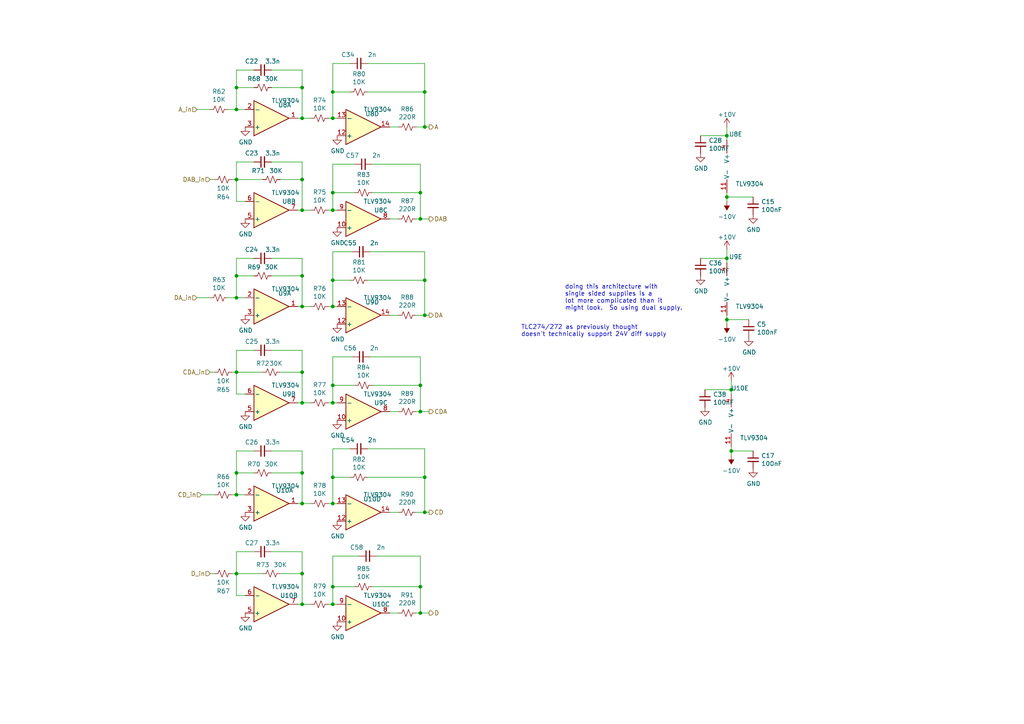
<source format=kicad_sch>
(kicad_sch (version 20211123) (generator eeschema)
  (paper "A4")
  (title_block (title "Bell's Theorem") (date "2022-01-16"))
  (lib_symbols
    (symbol "Amplifier_Operational:TLC274" (pin_names (offset 0.127))
      (property "Reference" "U" (at 0 5.08 0))
      (property "Value" "TLC274" (at 0 -5.08 0))
      (symbol "TLC274_1_1"
        (polyline (pts (xy -5.08 5.08) (xy 5.08 0) (xy -5.08 -5.08) (xy -5.08 5.08)) (stroke (width 0.254)) (fill (type background)))
        (pin output line (at 7.62 0 180) (length 2.54) (name "~") (number "1"))
        (pin input line (at -7.62 -2.54 0) (length 2.54) (name "-") (number "2"))
        (pin input line (at -7.62 2.54 0) (length 2.54) (name "+") (number "3"))
      )
      (symbol "TLC274_2_1"
        (polyline (pts (xy -5.08 5.08) (xy 5.08 0) (xy -5.08 -5.08) (xy -5.08 5.08)) (stroke (width 0.254)) (fill (type background)))
        (pin input line (at -7.62 2.54 0) (length 2.54) (name "+") (number "5"))
        (pin input line (at -7.62 -2.54 0) (length 2.54) (name "-") (number "6"))
        (pin output line (at 7.62 0 180) (length 2.54) (name "~") (number "7"))
      )
      (symbol "TLC274_3_1"
        (polyline (pts (xy -5.08 5.08) (xy 5.08 0) (xy -5.08 -5.08) (xy -5.08 5.08)) (stroke (width 0.254)) (fill (type background)))
        (pin input line (at -7.62 2.54 0) (length 2.54) (name "+") (number "10"))
        (pin output line (at 7.62 0 180) (length 2.54) (name "~") (number "8"))
        (pin input line (at -7.62 -2.54 0) (length 2.54) (name "-") (number "9"))
      )
      (symbol "TLC274_4_1"
        (polyline (pts (xy -5.08 5.08) (xy 5.08 0) (xy -5.08 -5.08) (xy -5.08 5.08)) (stroke (width 0.254)) (fill (type background)))
        (pin input line (at -7.62 2.54 0) (length 2.54) (name "+") (number "12"))
        (pin input line (at -7.62 -2.54 0) (length 2.54) (name "-") (number "13"))
        (pin output line (at 7.62 0 180) (length 2.54) (name "~") (number "14"))
      )
      (symbol "TLC274_5_1"
        (pin power_in line (at -2.54 -7.62 90) (length 3.81) (name "V-") (number "11"))
        (pin power_in line (at -2.54 7.62 270) (length 3.81) (name "V+") (number "4"))
      )
    )
    (symbol "Device:C_Small" (pin_numbers hide) (pin_names (offset 0.254) hide)
      (property "Reference" "C" (at 0.254 1.778 0))
      (property "Value" "C_Small" (at 0.254 -2.032 0))
      (symbol "C_Small_0_1"
        (polyline (pts (xy -1.524 -0.508) (xy 1.524 -0.508)) (stroke (width 0.3302)))
        (polyline (pts (xy -1.524 0.508) (xy 1.524 0.508)) (stroke (width 0.3048)))
      )
      (symbol "C_Small_1_1"
        (pin passive line (at 0 2.54 270) (length 2.032) (name "~") (number "1"))
        (pin passive line (at 0 -2.54 90) (length 2.032) (name "~") (number "2"))
      )
    )
    (symbol "Device:R_Small_US" (pin_numbers hide) (pin_names (offset 0.254) hide)
      (property "Reference" "R" (at 0.762 0.508 0))
      (property "Value" "R_Small_US" (at 0.762 -1.016 0))
      (symbol "R_Small_US_1_1"
        (polyline (pts (xy 0 0) (xy 1.016 -0.381) (xy 0 -0.762) (xy -1.016 -1.143) (xy 0 -1.524)))
        (polyline (pts (xy 0 1.524) (xy 1.016 1.143) (xy 0 0.762) (xy -1.016 0.381) (xy 0 0)))
        (pin passive line (at 0 2.54 270) (length 1.016) (name "~") (number "1"))
        (pin passive line (at 0 -2.54 90) (length 1.016) (name "~") (number "2"))
      )
    )
    (symbol "power:+10V" (power) (pin_names (offset 0))
      (property "Value" "+10V" (at 0 3.556 0))
      (symbol "+10V_0_1"
        (polyline (pts (xy -0.762 1.27) (xy 0 2.54)))
        (polyline (pts (xy 0 0) (xy 0 2.54)))
        (polyline (pts (xy 0 2.54) (xy 0.762 1.27)))
      )
      (symbol "+10V_1_1"
        (pin power_in line (at 0 0 90) (length 0) hide (name "+10V") (number "1"))
      )
    )
    (symbol "power:-10V" (power) (pin_names (offset 0))
      (property "Value" "-10V" (at 0 3.81 0))
      (symbol "-10V_0_0"
        (pin power_in line (at 0 0 90) (length 0) hide (name "-10V") (number "1"))
      )
      (symbol "-10V_0_1"
        (polyline (pts (xy 0 0) (xy 0 1.27) (xy 0.762 1.27) (xy 0 2.54) (xy -0.762 1.27) (xy 0 1.27)) (fill (type outline)))
      )
    )
    (symbol "power:GND" (power) (pin_names (offset 0))
      (property "Value" "GND" (at 0 -3.81 0))
      (symbol "GND_0_1"
        (polyline (pts (xy 0 0) (xy 0 -1.27) (xy 1.27 -1.27) (xy 0 -2.54) (xy -1.27 -1.27) (xy 0 -1.27)))
      )
      (symbol "GND_1_1"
        (pin power_in line (at 0 0 270) (length 0) hide (name "GND") (number "1"))
      )
    )
  )
  (junction (at 68.58 166.37))
  (junction (at 121.92 177.8))
  (junction (at 87.63 175.26))
  (junction (at 123.19 81.28))
  (junction (at 121.92 55.88))
  (junction (at 96.52 111.76))
  (junction (at 121.92 119.38))
  (junction (at 87.63 52.07))
  (junction (at 210.82 39.37))
  (junction (at 96.52 26.67))
  (junction (at 121.92 111.76))
  (junction (at 87.63 60.96))
  (junction (at 210.82 92.71))
  (junction (at 68.58 143.51))
  (junction (at 96.52 60.96))
  (junction (at 123.19 36.83))
  (junction (at 87.63 146.05))
  (junction (at 87.63 137.16))
  (junction (at 96.52 55.88))
  (junction (at 96.52 170.18))
  (junction (at 68.58 52.07))
  (junction (at 210.82 74.93))
  (junction (at 96.52 175.26))
  (junction (at 87.63 80.01))
  (junction (at 87.63 88.9))
  (junction (at 96.52 116.84))
  (junction (at 87.63 116.84))
  (junction (at 68.58 31.75))
  (junction (at 210.82 57.15))
  (junction (at 212.09 130.81))
  (junction (at 96.52 88.9))
  (junction (at 96.52 138.43))
  (junction (at 121.92 63.5))
  (junction (at 68.58 137.16))
  (junction (at 68.58 80.01))
  (junction (at 121.92 170.18))
  (junction (at 87.63 166.37))
  (junction (at 87.63 107.95))
  (junction (at 123.19 26.67))
  (junction (at 123.19 138.43))
  (junction (at 96.52 146.05))
  (junction (at 68.58 107.95))
  (junction (at 68.58 86.36))
  (junction (at 96.52 81.28))
  (junction (at 87.63 34.29))
  (junction (at 212.09 113.03))
  (junction (at 123.19 148.59))
  (junction (at 96.52 34.29))
  (junction (at 123.19 91.44))
  (junction (at 87.63 25.4))
  (junction (at 68.58 25.4))
  (wire (pts (xy 102.87 111.76) (xy 96.52 111.76)))
  (wire (pts (xy 96.52 103.505) (xy 96.52 111.76)))
  (wire (pts (xy 203.2 74.93) (xy 210.82 74.93)))
  (wire (pts (xy 107.95 55.88) (xy 121.92 55.88)))
  (wire (pts (xy 68.58 46.99) (xy 68.58 52.07)))
  (wire (pts (xy 73.66 46.99) (xy 68.58 46.99)))
  (wire (pts (xy 95.25 88.9) (xy 96.52 88.9)))
  (wire (pts (xy 124.46 91.44) (xy 123.19 91.44)))
  (wire (pts (xy 68.58 143.51) (xy 71.12 143.51)))
  (wire (pts (xy 68.58 58.42) (xy 71.12 58.42)))
  (wire (pts (xy 68.58 31.75) (xy 68.58 25.4)))
  (wire (pts (xy 96.52 138.43) (xy 96.52 146.05)))
  (wire (pts (xy 68.58 130.81) (xy 68.58 137.16)))
  (wire (pts (xy 123.19 18.415) (xy 123.19 26.67)))
  (wire (pts (xy 95.25 175.26) (xy 96.52 175.26)))
  (wire (pts (xy 67.31 143.51) (xy 68.58 143.51)))
  (wire (pts (xy 67.31 52.07) (xy 68.58 52.07)))
  (wire (pts (xy 86.36 88.9) (xy 87.63 88.9)))
  (wire (pts (xy 68.58 86.36) (xy 71.12 86.36)))
  (wire (pts (xy 87.63 46.99) (xy 87.63 52.07)))
  (wire (pts (xy 86.36 175.26) (xy 87.63 175.26)))
  (wire (pts (xy 123.19 73.025) (xy 123.19 81.28)))
  (wire (pts (xy 121.92 55.88) (xy 121.92 63.5)))
  (wire (pts (xy 210.82 39.37) (xy 210.82 40.64)))
  (wire (pts (xy 210.82 92.71) (xy 217.17 92.71)))
  (wire (pts (xy 58.42 143.51) (xy 62.23 143.51)))
  (wire (pts (xy 107.95 111.76) (xy 121.92 111.76)))
  (wire (pts (xy 87.63 80.01) (xy 87.63 88.9)))
  (wire (pts (xy 68.58 80.01) (xy 73.66 80.01)))
  (wire (pts (xy 212.09 129.54) (xy 212.09 130.81)))
  (wire (pts (xy 96.52 81.28) (xy 96.52 88.9)))
  (wire (pts (xy 68.58 160.02) (xy 68.58 166.37)))
  (wire (pts (xy 102.87 55.88) (xy 96.52 55.88)))
  (wire (pts (xy 124.46 63.5) (xy 121.92 63.5)))
  (wire (pts (xy 96.52 60.96) (xy 97.79 60.96)))
  (wire (pts (xy 210.82 72.39) (xy 210.82 74.93)))
  (wire (pts (xy 86.36 146.05) (xy 87.63 146.05)))
  (wire (pts (xy 78.74 80.01) (xy 87.63 80.01)))
  (wire (pts (xy 81.28 107.95) (xy 87.63 107.95)))
  (wire (pts (xy 68.58 52.07) (xy 68.58 58.42)))
  (wire (pts (xy 106.68 138.43) (xy 123.19 138.43)))
  (wire (pts (xy 68.58 86.36) (xy 68.58 80.01)))
  (wire (pts (xy 123.19 148.59) (xy 120.65 148.59)))
  (wire (pts (xy 68.58 137.16) (xy 68.58 143.51)))
  (wire (pts (xy 67.31 166.37) (xy 68.58 166.37)))
  (wire (pts (xy 73.66 101.6) (xy 68.58 101.6)))
  (wire (pts (xy 106.68 26.67) (xy 123.19 26.67)))
  (wire (pts (xy 87.63 116.84) (xy 90.17 116.84)))
  (wire (pts (xy 96.52 116.84) (xy 97.79 116.84)))
  (wire (pts (xy 203.2 39.37) (xy 210.82 39.37)))
  (wire (pts (xy 102.87 47.625) (xy 96.52 47.625)))
  (wire (pts (xy 78.74 74.93) (xy 87.63 74.93)))
  (wire (pts (xy 76.2 107.95) (xy 68.58 107.95)))
  (wire (pts (xy 96.52 73.025) (xy 96.52 81.28)))
  (wire (pts (xy 212.09 130.81) (xy 212.09 132.08)))
  (wire (pts (xy 121.92 161.29) (xy 121.92 170.18)))
  (wire (pts (xy 87.63 160.02) (xy 87.63 166.37)))
  (wire (pts (xy 96.52 170.18) (xy 96.52 175.26)))
  (wire (pts (xy 109.22 161.29) (xy 121.92 161.29)))
  (wire (pts (xy 78.74 25.4) (xy 87.63 25.4)))
  (wire (pts (xy 107.315 103.505) (xy 121.92 103.505)))
  (wire (pts (xy 102.235 103.505) (xy 96.52 103.505)))
  (wire (pts (xy 113.03 36.83) (xy 115.57 36.83)))
  (wire (pts (xy 68.58 20.32) (xy 68.58 25.4)))
  (wire (pts (xy 113.03 91.44) (xy 115.57 91.44)))
  (wire (pts (xy 101.6 81.28) (xy 96.52 81.28)))
  (wire (pts (xy 87.63 25.4) (xy 87.63 34.29)))
  (wire (pts (xy 121.92 119.38) (xy 120.65 119.38)))
  (wire (pts (xy 124.46 36.83) (xy 123.19 36.83)))
  (wire (pts (xy 87.63 146.05) (xy 90.17 146.05)))
  (wire (pts (xy 68.58 31.75) (xy 71.12 31.75)))
  (wire (pts (xy 204.47 113.03) (xy 212.09 113.03)))
  (wire (pts (xy 81.28 52.07) (xy 87.63 52.07)))
  (wire (pts (xy 68.58 172.72) (xy 71.12 172.72)))
  (wire (pts (xy 96.52 26.67) (xy 96.52 34.29)))
  (wire (pts (xy 87.63 34.29) (xy 90.17 34.29)))
  (wire (pts (xy 210.82 36.83) (xy 210.82 39.37)))
  (wire (pts (xy 73.66 160.02) (xy 68.58 160.02)))
  (wire (pts (xy 57.15 31.75) (xy 60.96 31.75)))
  (wire (pts (xy 102.87 170.18) (xy 96.52 170.18)))
  (wire (pts (xy 96.52 47.625) (xy 96.52 55.88)))
  (wire (pts (xy 101.6 130.175) (xy 96.52 130.175)))
  (wire (pts (xy 87.63 166.37) (xy 87.63 175.26)))
  (wire (pts (xy 95.25 146.05) (xy 96.52 146.05)))
  (wire (pts (xy 107.95 47.625) (xy 121.92 47.625)))
  (wire (pts (xy 68.58 107.95) (xy 68.58 114.3)))
  (wire (pts (xy 68.58 166.37) (xy 68.58 172.72)))
  (wire (pts (xy 78.74 101.6) (xy 87.63 101.6)))
  (wire (pts (xy 107.315 73.025) (xy 123.19 73.025)))
  (wire (pts (xy 106.68 81.28) (xy 123.19 81.28)))
  (wire (pts (xy 68.58 114.3) (xy 71.12 114.3)))
  (wire (pts (xy 87.63 101.6) (xy 87.63 107.95)))
  (wire (pts (xy 68.58 74.93) (xy 68.58 80.01)))
  (wire (pts (xy 123.19 91.44) (xy 120.65 91.44)))
  (wire (pts (xy 78.74 20.32) (xy 87.63 20.32)))
  (wire (pts (xy 76.2 52.07) (xy 68.58 52.07)))
  (wire (pts (xy 87.63 137.16) (xy 87.63 146.05)))
  (wire (pts (xy 66.04 86.36) (xy 68.58 86.36)))
  (wire (pts (xy 67.31 107.95) (xy 68.58 107.95)))
  (wire (pts (xy 210.82 57.15) (xy 210.82 58.42)))
  (wire (pts (xy 68.58 25.4) (xy 73.66 25.4)))
  (wire (pts (xy 210.82 91.44) (xy 210.82 92.71)))
  (wire (pts (xy 96.52 88.9) (xy 97.79 88.9)))
  (wire (pts (xy 96.52 175.26) (xy 97.79 175.26)))
  (wire (pts (xy 60.96 107.95) (xy 62.23 107.95)))
  (wire (pts (xy 121.92 63.5) (xy 120.65 63.5)))
  (wire (pts (xy 76.2 166.37) (xy 68.58 166.37)))
  (wire (pts (xy 78.74 46.99) (xy 87.63 46.99)))
  (wire (pts (xy 113.03 177.8) (xy 115.57 177.8)))
  (wire (pts (xy 78.74 160.02) (xy 87.63 160.02)))
  (wire (pts (xy 124.46 119.38) (xy 121.92 119.38)))
  (wire (pts (xy 210.82 57.15) (xy 218.44 57.15)))
  (wire (pts (xy 121.92 177.8) (xy 120.65 177.8)))
  (wire (pts (xy 113.03 119.38) (xy 115.57 119.38)))
  (wire (pts (xy 87.63 175.26) (xy 90.17 175.26)))
  (wire (pts (xy 57.15 86.36) (xy 60.96 86.36)))
  (wire (pts (xy 95.25 34.29) (xy 96.52 34.29)))
  (wire (pts (xy 123.19 36.83) (xy 120.65 36.83)))
  (wire (pts (xy 123.19 130.175) (xy 123.19 138.43)))
  (wire (pts (xy 96.52 111.76) (xy 96.52 116.84)))
  (wire (pts (xy 210.82 74.93) (xy 210.82 76.2)))
  (wire (pts (xy 78.74 137.16) (xy 87.63 137.16)))
  (wire (pts (xy 113.03 63.5) (xy 115.57 63.5)))
  (wire (pts (xy 86.36 116.84) (xy 87.63 116.84)))
  (wire (pts (xy 121.92 111.76) (xy 121.92 119.38)))
  (wire (pts (xy 86.36 60.96) (xy 87.63 60.96)))
  (wire (pts (xy 87.63 74.93) (xy 87.63 80.01)))
  (wire (pts (xy 101.6 26.67) (xy 96.52 26.67)))
  (wire (pts (xy 73.66 74.93) (xy 68.58 74.93)))
  (wire (pts (xy 101.6 18.415) (xy 96.52 18.415)))
  (wire (pts (xy 121.92 170.18) (xy 121.92 177.8)))
  (wire (pts (xy 212.09 113.03) (xy 212.09 114.3)))
  (wire (pts (xy 106.68 18.415) (xy 123.19 18.415)))
  (wire (pts (xy 87.63 60.96) (xy 90.17 60.96)))
  (wire (pts (xy 124.46 177.8) (xy 121.92 177.8)))
  (wire (pts (xy 102.235 73.025) (xy 96.52 73.025)))
  (wire (pts (xy 121.92 47.625) (xy 121.92 55.88)))
  (wire (pts (xy 212.09 130.81) (xy 218.44 130.81)))
  (wire (pts (xy 87.63 107.95) (xy 87.63 116.84)))
  (wire (pts (xy 68.58 101.6) (xy 68.58 107.95)))
  (wire (pts (xy 87.63 20.32) (xy 87.63 25.4)))
  (wire (pts (xy 96.52 146.05) (xy 97.79 146.05)))
  (wire (pts (xy 210.82 55.88) (xy 210.82 57.15)))
  (wire (pts (xy 87.63 130.81) (xy 87.63 137.16)))
  (wire (pts (xy 86.36 34.29) (xy 87.63 34.29)))
  (wire (pts (xy 96.52 34.29) (xy 97.79 34.29)))
  (wire (pts (xy 87.63 52.07) (xy 87.63 60.96)))
  (wire (pts (xy 95.25 116.84) (xy 96.52 116.84)))
  (wire (pts (xy 68.58 137.16) (xy 73.66 137.16)))
  (wire (pts (xy 96.52 130.175) (xy 96.52 138.43)))
  (wire (pts (xy 87.63 88.9) (xy 90.17 88.9)))
  (wire (pts (xy 73.66 130.81) (xy 68.58 130.81)))
  (wire (pts (xy 123.19 26.67) (xy 123.19 36.83)))
  (wire (pts (xy 96.52 55.88) (xy 96.52 60.96)))
  (wire (pts (xy 107.95 170.18) (xy 121.92 170.18)))
  (wire (pts (xy 121.92 103.505) (xy 121.92 111.76)))
  (wire (pts (xy 96.52 18.415) (xy 96.52 26.67)))
  (wire (pts (xy 95.25 60.96) (xy 96.52 60.96)))
  (wire (pts (xy 66.04 31.75) (xy 68.58 31.75)))
  (wire (pts (xy 124.46 148.59) (xy 123.19 148.59)))
  (wire (pts (xy 106.68 130.175) (xy 123.19 130.175)))
  (wire (pts (xy 210.82 92.71) (xy 210.82 93.98)))
  (wire (pts (xy 96.52 161.29) (xy 96.52 170.18)))
  (wire (pts (xy 73.66 20.32) (xy 68.58 20.32)))
  (wire (pts (xy 113.03 148.59) (xy 115.57 148.59)))
  (wire (pts (xy 78.74 130.81) (xy 87.63 130.81)))
  (wire (pts (xy 123.19 81.28) (xy 123.19 91.44)))
  (wire (pts (xy 60.96 52.07) (xy 62.23 52.07)))
  (wire (pts (xy 123.19 138.43) (xy 123.19 148.59)))
  (wire (pts (xy 81.28 166.37) (xy 87.63 166.37)))
  (wire (pts (xy 212.09 110.49) (xy 212.09 113.03)))
  (wire (pts (xy 101.6 138.43) (xy 96.52 138.43)))
  (wire (pts (xy 60.96 166.37) (xy 62.23 166.37)))
  (wire (pts (xy 104.14 161.29) (xy 96.52 161.29)))
  (text "doing this architecture with \nsingle sided supplies is a\nlot more complicated than it\nmight look.  So using dual supply." (at 163.83 90.17 0) (effects (font (size 1.27 1.27)) (justify left bottom)))
  (text "TLC274/272 as previously thought\ndoesn't technically support 24V diff supply\n" (at 151.13 97.79 0) (effects (font (size 1.27 1.27)) (justify left bottom)))
  (hierarchical_label "CD_in" (shape input) (at 58.42 143.51 180))
  (hierarchical_label "DAB_in" (shape input) (at 60.96 52.07 180))
  (hierarchical_label "D" (shape output) (at 124.46 177.8 0))
  (hierarchical_label "DAB" (shape output) (at 124.46 63.5 0))
  (hierarchical_label "A" (shape output) (at 124.46 36.83 0))
  (hierarchical_label "DA" (shape output) (at 124.46 91.44 0))
  (hierarchical_label "D_in" (shape input) (at 60.96 166.37 180))
  (hierarchical_label "DA_in" (shape input) (at 57.15 86.36 180))
  (hierarchical_label "A_in" (shape input) (at 57.15 31.75 180))
  (hierarchical_label "CD" (shape output) (at 124.46 148.59 0))
  (hierarchical_label "CDA" (shape output) (at 124.46 119.38 0))
  (hierarchical_label "CDA_in" (shape input) (at 60.96 107.95 180))
  (symbol (lib_id "Device:C_Small") (at 76.2 20.32 90) (unit 1)
    (property "Reference" "C22" (at 74.93 17.78 90) (effects (justify left)))
    (property "Value" "3.3n" (at 81.28 17.78 90) (effects (justify left)))
    (property "Footprint" "Capacitor_SMD:C_0805_2012Metric_Pad1.18x1.45mm_HandSolder" (effects hide))
  )
  (symbol (lib_id "Device:C_Small") (at 76.2 46.99 90) (unit 1)
    (property "Reference" "C23" (at 74.93 44.45 90) (effects (justify left)))
    (property "Value" "3.3n" (at 81.28 44.45 90) (effects (justify left)))
    (property "Footprint" "Capacitor_SMD:C_0805_2012Metric_Pad1.18x1.45mm_HandSolder" (effects hide))
  )
  (symbol (lib_id "Device:C_Small") (at 76.2 74.93 90) (unit 1)
    (property "Reference" "C24" (at 74.93 72.39 90) (effects (justify left)))
    (property "Value" "3.3n" (at 81.28 72.39 90) (effects (justify left)))
    (property "Footprint" "Capacitor_SMD:C_0805_2012Metric_Pad1.18x1.45mm_HandSolder" (effects hide))
  )
  (symbol (lib_id "Device:C_Small") (at 76.2 101.6 90) (unit 1)
    (property "Reference" "C25" (at 74.93 99.06 90) (effects (justify left)))
    (property "Value" "3.3n" (at 81.28 99.06 90) (effects (justify left)))
    (property "Footprint" "Capacitor_SMD:C_0805_2012Metric_Pad1.18x1.45mm_HandSolder" (effects hide))
  )
  (symbol (lib_id "Device:C_Small") (at 76.2 130.81 90) (unit 1)
    (property "Reference" "C26" (at 74.93 128.27 90) (effects (justify left)))
    (property "Value" "3.3n" (at 81.28 128.27 90) (effects (justify left)))
    (property "Footprint" "Capacitor_SMD:C_0805_2012Metric_Pad1.18x1.45mm_HandSolder" (effects hide))
  )
  (symbol (lib_id "Device:C_Small") (at 76.2 160.02 90) (unit 1)
    (property "Reference" "C27" (at 74.93 157.48 90) (effects (justify left)))
    (property "Value" "3.3n" (at 81.28 157.48 90) (effects (justify left)))
    (property "Footprint" "Capacitor_SMD:C_0805_2012Metric_Pad1.18x1.45mm_HandSolder" (effects hide))
  )
  (symbol (lib_id "Amplifier_Operational:TLC274") (at 213.36 48.26 0) (unit 5)
    (property "Reference" "U8" (at 213.36 38.9382 0))
    (property "Value" "TLV9304" (at 213.36 53.34 0) (effects (justify left)))
    (property "Footprint" "Package_SO:SOIC-14_3.9x8.7mm_P1.27mm" (effects hide))
    (property "Datasheet" "http://www.ti.com/lit/ds/symlink/tlc274.pdf" (effects hide))
  )
  (symbol (lib_id "Device:C_Small") (at 203.2 41.91 0) (unit 1)
    (property "Reference" "C28" (at 205.5368 40.7416 0) (effects (justify left)))
    (property "Value" "100nF" (at 205.5368 43.053 0) (effects (justify left)))
    (property "Footprint" "Capacitor_SMD:C_0805_2012Metric_Pad1.18x1.45mm_HandSolder" (effects hide))
  )
  (symbol (lib_id "power:GND") (at 203.2 44.45 0) (unit 1)
    (property "Reference" "#PWR0115" (effects hide))
    (property "Value" "GND" (at 203.327 48.8442 0))
  )
  (symbol (lib_id "Amplifier_Operational:TLC274") (at 78.74 34.29 0) (mirror x) (unit 1)
    (property "Reference" "U8" (at 82.55 30.48 0))
    (property "Value" "TLV9304" (at 78.74 29.21 0) (effects (justify left)))
    (property "Footprint" "Package_SO:SOIC-14_3.9x8.7mm_P1.27mm" (effects hide))
    (property "Datasheet" "http://www.ti.com/lit/ds/symlink/tlc274.pdf" (effects hide))
  )
  (symbol (lib_id "Amplifier_Operational:TLC274") (at 78.74 60.96 0) (mirror x) (unit 2)
    (property "Reference" "U8" (at 83.82 58.42 0))
    (property "Value" "TLV9304" (at 78.74 55.88 0) (effects (justify left)))
    (property "Footprint" "Package_SO:SOIC-14_3.9x8.7mm_P1.27mm" (effects hide))
    (property "Datasheet" "http://www.ti.com/lit/ds/symlink/tlc274.pdf" (effects hide))
  )
  (symbol (lib_id "Amplifier_Operational:TLC274") (at 105.41 36.83 0) (mirror x) (unit 4)
    (property "Reference" "U8" (at 107.95 33.02 0))
    (property "Value" "TLV9304" (at 105.41 31.75 0) (effects (justify left)))
    (property "Footprint" "Package_SO:SOIC-14_3.9x8.7mm_P1.27mm" (effects hide))
    (property "Datasheet" "http://www.ti.com/lit/ds/symlink/tlc274.pdf" (effects hide))
  )
  (symbol (lib_id "Amplifier_Operational:TLC274") (at 105.41 63.5 0) (mirror x) (unit 3)
    (property "Reference" "U8" (at 110.49 60.96 0))
    (property "Value" "TLV9304" (at 105.41 58.42 0) (effects (justify left)))
    (property "Footprint" "Package_SO:SOIC-14_3.9x8.7mm_P1.27mm" (effects hide))
    (property "Datasheet" "http://www.ti.com/lit/ds/symlink/tlc274.pdf" (effects hide))
  )
  (symbol (lib_id "Device:R_Small_US") (at 63.5 31.75 270) (unit 1)
    (property "Reference" "R62" (at 63.5 26.543 90))
    (property "Value" "10K" (at 63.5 28.8544 90))
    (property "Footprint" "Resistor_SMD:R_0805_2012Metric_Pad1.20x1.40mm_HandSolder" (effects hide))
  )
  (symbol (lib_id "Device:R_Small_US") (at 64.77 52.07 270) (unit 1)
    (property "Reference" "R64" (at 64.77 57.15 90))
    (property "Value" "10K" (at 64.77 54.61 90))
    (property "Footprint" "Resistor_SMD:R_0805_2012Metric_Pad1.20x1.40mm_HandSolder" (effects hide))
  )
  (symbol (lib_id "power:GND") (at 71.12 36.83 0) (unit 1)
    (property "Reference" "#PWR099" (effects hide))
    (property "Value" "GND" (at 71.247 41.2242 0))
  )
  (symbol (lib_id "power:GND") (at 71.12 63.5 0) (unit 1)
    (property "Reference" "#PWR0100" (effects hide))
    (property "Value" "GND" (at 71.247 67.8942 0))
  )
  (symbol (lib_id "power:GND") (at 97.79 66.04 0) (unit 1)
    (property "Reference" "#PWR0110" (effects hide))
    (property "Value" "GND" (at 97.917 70.4342 0))
  )
  (symbol (lib_id "power:GND") (at 97.79 39.37 0) (unit 1)
    (property "Reference" "#PWR0109" (effects hide))
    (property "Value" "GND" (at 97.917 43.7642 0))
  )
  (symbol (lib_id "Device:R_Small_US") (at 76.2 25.4 270) (unit 1)
    (property "Reference" "R68" (at 73.66 22.86 90))
    (property "Value" "30K" (at 78.74 22.86 90))
    (property "Footprint" "Resistor_SMD:R_0805_2012Metric_Pad1.20x1.40mm_HandSolder" (effects hide))
  )
  (symbol (lib_id "Device:R_Small_US") (at 92.71 34.29 270) (unit 1)
    (property "Reference" "R74" (at 92.71 29.083 90))
    (property "Value" "10K" (at 92.71 31.3944 90))
    (property "Footprint" "Resistor_SMD:R_0805_2012Metric_Pad1.20x1.40mm_HandSolder" (effects hide))
  )
  (symbol (lib_id "Device:R_Small_US") (at 104.14 26.67 270) (unit 1)
    (property "Reference" "R80" (at 104.14 21.463 90))
    (property "Value" "10K" (at 104.14 23.7744 90))
    (property "Footprint" "Resistor_SMD:R_0805_2012Metric_Pad1.20x1.40mm_HandSolder" (effects hide))
  )
  (symbol (lib_id "Device:R_Small_US") (at 78.74 52.07 270) (unit 1)
    (property "Reference" "R71" (at 74.93 49.53 90))
    (property "Value" "30K" (at 80.01 49.53 90))
    (property "Footprint" "Resistor_SMD:R_0805_2012Metric_Pad1.20x1.40mm_HandSolder" (effects hide))
  )
  (symbol (lib_id "Device:R_Small_US") (at 92.71 60.96 270) (unit 1)
    (property "Reference" "R75" (at 92.71 55.753 90))
    (property "Value" "10K" (at 92.71 58.0644 90))
    (property "Footprint" "Resistor_SMD:R_0805_2012Metric_Pad1.20x1.40mm_HandSolder" (effects hide))
  )
  (symbol (lib_id "Device:R_Small_US") (at 105.41 55.88 270) (unit 1)
    (property "Reference" "R83" (at 105.41 50.673 90))
    (property "Value" "10K" (at 105.41 52.9844 90))
    (property "Footprint" "Resistor_SMD:R_0805_2012Metric_Pad1.20x1.40mm_HandSolder" (effects hide))
  )
  (symbol (lib_id "Device:R_Small_US") (at 118.11 36.83 270) (unit 1)
    (property "Reference" "R86" (at 118.11 31.623 90))
    (property "Value" "220R" (at 118.11 33.9344 90))
    (property "Footprint" "Resistor_SMD:R_0805_2012Metric_Pad1.20x1.40mm_HandSolder" (effects hide))
  )
  (symbol (lib_id "Device:R_Small_US") (at 118.11 63.5 270) (unit 1)
    (property "Reference" "R87" (at 118.11 58.293 90))
    (property "Value" "220R" (at 118.11 60.6044 90))
    (property "Footprint" "Resistor_SMD:R_0805_2012Metric_Pad1.20x1.40mm_HandSolder" (effects hide))
  )
  (symbol (lib_id "Amplifier_Operational:TLC274") (at 78.74 88.9 0) (mirror x) (unit 1)
    (property "Reference" "U9" (at 82.55 85.09 0))
    (property "Value" "TLV9304" (at 78.74 83.82 0) (effects (justify left)))
    (property "Footprint" "Package_SO:SOIC-14_3.9x8.7mm_P1.27mm" (effects hide))
    (property "Datasheet" "http://www.ti.com/lit/ds/symlink/tlc274.pdf" (effects hide))
  )
  (symbol (lib_id "Amplifier_Operational:TLC274") (at 78.74 116.84 0) (mirror x) (unit 2)
    (property "Reference" "U9" (at 83.82 114.3 0))
    (property "Value" "TLV9304" (at 78.74 111.76 0) (effects (justify left)))
    (property "Footprint" "Package_SO:SOIC-14_3.9x8.7mm_P1.27mm" (effects hide))
    (property "Datasheet" "http://www.ti.com/lit/ds/symlink/tlc274.pdf" (effects hide))
  )
  (symbol (lib_id "Amplifier_Operational:TLC274") (at 105.41 91.44 0) (mirror x) (unit 4)
    (property "Reference" "U9" (at 107.95 87.63 0))
    (property "Value" "TLV9304" (at 105.41 86.36 0) (effects (justify left)))
    (property "Footprint" "Package_SO:SOIC-14_3.9x8.7mm_P1.27mm" (effects hide))
    (property "Datasheet" "http://www.ti.com/lit/ds/symlink/tlc274.pdf" (effects hide))
  )
  (symbol (lib_id "Amplifier_Operational:TLC274") (at 105.41 119.38 0) (mirror x) (unit 3)
    (property "Reference" "U9" (at 110.49 116.84 0))
    (property "Value" "TLV9304" (at 105.41 114.3 0) (effects (justify left)))
    (property "Footprint" "Package_SO:SOIC-14_3.9x8.7mm_P1.27mm" (effects hide))
    (property "Datasheet" "http://www.ti.com/lit/ds/symlink/tlc274.pdf" (effects hide))
  )
  (symbol (lib_id "Device:R_Small_US") (at 63.5 86.36 270) (unit 1)
    (property "Reference" "R63" (at 63.5 81.153 90))
    (property "Value" "10K" (at 63.5 83.4644 90))
    (property "Footprint" "Resistor_SMD:R_0805_2012Metric_Pad1.20x1.40mm_HandSolder" (effects hide))
  )
  (symbol (lib_id "Device:R_Small_US") (at 64.77 107.95 270) (unit 1)
    (property "Reference" "R65" (at 64.77 113.03 90))
    (property "Value" "10K" (at 64.77 110.49 90))
    (property "Footprint" "Resistor_SMD:R_0805_2012Metric_Pad1.20x1.40mm_HandSolder" (effects hide))
  )
  (symbol (lib_id "power:GND") (at 71.12 91.44 0) (unit 1)
    (property "Reference" "#PWR0105" (effects hide))
    (property "Value" "GND" (at 71.247 95.8342 0))
  )
  (symbol (lib_id "power:GND") (at 71.12 119.38 0) (unit 1)
    (property "Reference" "#PWR0106" (effects hide))
    (property "Value" "GND" (at 71.247 123.7742 0))
  )
  (symbol (lib_id "power:GND") (at 97.79 121.92 0) (unit 1)
    (property "Reference" "#PWR0112" (effects hide))
    (property "Value" "GND" (at 97.917 126.3142 0))
  )
  (symbol (lib_id "power:GND") (at 97.79 93.98 0) (unit 1)
    (property "Reference" "#PWR0111" (effects hide))
    (property "Value" "GND" (at 97.917 98.3742 0))
  )
  (symbol (lib_id "Device:R_Small_US") (at 76.2 80.01 270) (unit 1)
    (property "Reference" "R69" (at 73.66 77.47 90))
    (property "Value" "30K" (at 78.74 77.47 90))
    (property "Footprint" "Resistor_SMD:R_0805_2012Metric_Pad1.20x1.40mm_HandSolder" (effects hide))
  )
  (symbol (lib_id "Device:R_Small_US") (at 92.71 88.9 270) (unit 1)
    (property "Reference" "R76" (at 92.71 83.693 90))
    (property "Value" "10K" (at 92.71 86.0044 90))
    (property "Footprint" "Resistor_SMD:R_0805_2012Metric_Pad1.20x1.40mm_HandSolder" (effects hide))
  )
  (symbol (lib_id "Device:R_Small_US") (at 104.14 81.28 270) (unit 1)
    (property "Reference" "R81" (at 104.14 76.073 90))
    (property "Value" "10K" (at 104.14 78.3844 90))
    (property "Footprint" "Resistor_SMD:R_0805_2012Metric_Pad1.20x1.40mm_HandSolder" (effects hide))
  )
  (symbol (lib_id "Device:R_Small_US") (at 78.74 107.95 270) (unit 1)
    (property "Reference" "R72" (at 76.2 105.41 90))
    (property "Value" "30K" (at 80.01 105.41 90))
    (property "Footprint" "Resistor_SMD:R_0805_2012Metric_Pad1.20x1.40mm_HandSolder" (effects hide))
  )
  (symbol (lib_id "Device:R_Small_US") (at 92.71 116.84 270) (unit 1)
    (property "Reference" "R77" (at 92.71 111.633 90))
    (property "Value" "10K" (at 92.71 113.9444 90))
    (property "Footprint" "Resistor_SMD:R_0805_2012Metric_Pad1.20x1.40mm_HandSolder" (effects hide))
  )
  (symbol (lib_id "Device:R_Small_US") (at 105.41 111.76 270) (unit 1)
    (property "Reference" "R84" (at 105.41 106.553 90))
    (property "Value" "10K" (at 105.41 108.8644 90))
    (property "Footprint" "Resistor_SMD:R_0805_2012Metric_Pad1.20x1.40mm_HandSolder" (effects hide))
  )
  (symbol (lib_id "Device:R_Small_US") (at 118.11 91.44 270) (unit 1)
    (property "Reference" "R88" (at 118.11 86.233 90))
    (property "Value" "220R" (at 118.11 88.5444 90))
    (property "Footprint" "Resistor_SMD:R_0805_2012Metric_Pad1.20x1.40mm_HandSolder" (effects hide))
  )
  (symbol (lib_id "Device:R_Small_US") (at 118.11 119.38 270) (unit 1)
    (property "Reference" "R89" (at 118.11 114.173 90))
    (property "Value" "220R" (at 118.11 116.4844 90))
    (property "Footprint" "Resistor_SMD:R_0805_2012Metric_Pad1.20x1.40mm_HandSolder" (effects hide))
  )
  (symbol (lib_id "Amplifier_Operational:TLC274") (at 78.74 146.05 0) (mirror x) (unit 1)
    (property "Reference" "U10" (at 82.55 142.24 0))
    (property "Value" "TLV9304" (at 78.74 140.97 0) (effects (justify left)))
    (property "Footprint" "Package_SO:SOIC-14_3.9x8.7mm_P1.27mm" (effects hide))
    (property "Datasheet" "http://www.ti.com/lit/ds/symlink/tlc274.pdf" (effects hide))
  )
  (symbol (lib_id "Amplifier_Operational:TLC274") (at 78.74 175.26 0) (mirror x) (unit 2)
    (property "Reference" "U10" (at 83.82 172.72 0))
    (property "Value" "TLV9304" (at 78.74 170.18 0) (effects (justify left)))
    (property "Footprint" "Package_SO:SOIC-14_3.9x8.7mm_P1.27mm" (effects hide))
    (property "Datasheet" "http://www.ti.com/lit/ds/symlink/tlc274.pdf" (effects hide))
  )
  (symbol (lib_id "Amplifier_Operational:TLC274") (at 105.41 148.59 0) (mirror x) (unit 4)
    (property "Reference" "U10" (at 107.95 144.78 0))
    (property "Value" "TLV9304" (at 105.41 143.51 0) (effects (justify left)))
    (property "Footprint" "Package_SO:SOIC-14_3.9x8.7mm_P1.27mm" (effects hide))
    (property "Datasheet" "http://www.ti.com/lit/ds/symlink/tlc274.pdf" (effects hide))
  )
  (symbol (lib_id "Amplifier_Operational:TLC274") (at 105.41 177.8 0) (mirror x) (unit 3)
    (property "Reference" "U10" (at 110.49 175.26 0))
    (property "Value" "TLV9304" (at 105.41 172.72 0) (effects (justify left)))
    (property "Footprint" "Package_SO:SOIC-14_3.9x8.7mm_P1.27mm" (effects hide))
    (property "Datasheet" "http://www.ti.com/lit/ds/symlink/tlc274.pdf" (effects hide))
  )
  (symbol (lib_id "Device:R_Small_US") (at 64.77 143.51 270) (unit 1)
    (property "Reference" "R66" (at 64.77 138.303 90))
    (property "Value" "10K" (at 64.77 140.6144 90))
    (property "Footprint" "Resistor_SMD:R_0805_2012Metric_Pad1.20x1.40mm_HandSolder" (effects hide))
  )
  (symbol (lib_id "Device:R_Small_US") (at 64.77 166.37 270) (unit 1)
    (property "Reference" "R67" (at 64.77 171.45 90))
    (property "Value" "10K" (at 64.77 168.91 90))
    (property "Footprint" "Resistor_SMD:R_0805_2012Metric_Pad1.20x1.40mm_HandSolder" (effects hide))
  )
  (symbol (lib_id "power:GND") (at 71.12 148.59 0) (unit 1)
    (property "Reference" "#PWR0107" (effects hide))
    (property "Value" "GND" (at 71.247 152.9842 0))
  )
  (symbol (lib_id "power:GND") (at 71.12 177.8 0) (unit 1)
    (property "Reference" "#PWR0108" (effects hide))
    (property "Value" "GND" (at 71.247 182.1942 0))
  )
  (symbol (lib_id "power:GND") (at 97.79 180.34 0) (unit 1)
    (property "Reference" "#PWR0114" (effects hide))
    (property "Value" "GND" (at 97.917 184.7342 0))
  )
  (symbol (lib_id "power:GND") (at 97.79 151.13 0) (unit 1)
    (property "Reference" "#PWR0113" (effects hide))
    (property "Value" "GND" (at 97.917 155.5242 0))
  )
  (symbol (lib_id "Device:R_Small_US") (at 76.2 137.16 270) (unit 1)
    (property "Reference" "R70" (at 73.66 134.62 90))
    (property "Value" "30K" (at 78.74 134.62 90))
    (property "Footprint" "Resistor_SMD:R_0805_2012Metric_Pad1.20x1.40mm_HandSolder" (effects hide))
  )
  (symbol (lib_id "Device:R_Small_US") (at 92.71 146.05 270) (unit 1)
    (property "Reference" "R78" (at 92.71 140.843 90))
    (property "Value" "10K" (at 92.71 143.1544 90))
    (property "Footprint" "Resistor_SMD:R_0805_2012Metric_Pad1.20x1.40mm_HandSolder" (effects hide))
  )
  (symbol (lib_id "Device:R_Small_US") (at 104.14 138.43 270) (unit 1)
    (property "Reference" "R82" (at 104.14 133.223 90))
    (property "Value" "10K" (at 104.14 135.5344 90))
    (property "Footprint" "Resistor_SMD:R_0805_2012Metric_Pad1.20x1.40mm_HandSolder" (effects hide))
  )
  (symbol (lib_id "Device:R_Small_US") (at 78.74 166.37 270) (unit 1)
    (property "Reference" "R73" (at 76.2 163.83 90))
    (property "Value" "30K" (at 81.28 163.83 90))
    (property "Footprint" "Resistor_SMD:R_0805_2012Metric_Pad1.20x1.40mm_HandSolder" (effects hide))
  )
  (symbol (lib_id "Device:R_Small_US") (at 92.71 175.26 270) (unit 1)
    (property "Reference" "R79" (at 92.71 170.053 90))
    (property "Value" "10K" (at 92.71 172.3644 90))
    (property "Footprint" "Resistor_SMD:R_0805_2012Metric_Pad1.20x1.40mm_HandSolder" (effects hide))
  )
  (symbol (lib_id "Device:R_Small_US") (at 105.41 170.18 270) (unit 1)
    (property "Reference" "R85" (at 105.41 164.973 90))
    (property "Value" "10K" (at 105.41 167.2844 90))
    (property "Footprint" "Resistor_SMD:R_0805_2012Metric_Pad1.20x1.40mm_HandSolder" (effects hide))
  )
  (symbol (lib_id "Device:R_Small_US") (at 118.11 148.59 270) (unit 1)
    (property "Reference" "R90" (at 118.11 143.383 90))
    (property "Value" "220R" (at 118.11 145.6944 90))
    (property "Footprint" "Resistor_SMD:R_0805_2012Metric_Pad1.20x1.40mm_HandSolder" (effects hide))
  )
  (symbol (lib_id "Device:R_Small_US") (at 118.11 177.8 270) (unit 1)
    (property "Reference" "R91" (at 118.11 172.593 90))
    (property "Value" "220R" (at 118.11 174.9044 90))
    (property "Footprint" "Resistor_SMD:R_0805_2012Metric_Pad1.20x1.40mm_HandSolder" (effects hide))
  )
  (symbol (lib_id "Amplifier_Operational:TLC274") (at 213.36 83.82 0) (unit 5)
    (property "Reference" "U9" (at 213.36 74.4982 0))
    (property "Value" "TLV9304" (at 213.36 88.9 0) (effects (justify left)))
    (property "Footprint" "Package_SO:SOIC-14_3.9x8.7mm_P1.27mm" (effects hide))
    (property "Datasheet" "http://www.ti.com/lit/ds/symlink/tlc274.pdf" (effects hide))
  )
  (symbol (lib_id "Device:C_Small") (at 203.2 77.47 0) (unit 1)
    (property "Reference" "C36" (at 205.5368 76.3016 0) (effects (justify left)))
    (property "Value" "100nF" (at 205.5368 78.613 0) (effects (justify left)))
    (property "Footprint" "Capacitor_SMD:C_0805_2012Metric_Pad1.18x1.45mm_HandSolder" (effects hide))
  )
  (symbol (lib_id "power:GND") (at 203.2 80.01 0) (unit 1)
    (property "Reference" "#PWR0117" (effects hide))
    (property "Value" "GND" (at 203.327 84.4042 0))
  )
  (symbol (lib_id "Amplifier_Operational:TLC274") (at 214.63 121.92 0) (unit 5)
    (property "Reference" "U10" (at 214.63 112.5982 0))
    (property "Value" "TLV9304" (at 214.63 127 0) (effects (justify left)))
    (property "Footprint" "Package_SO:SOIC-14_3.9x8.7mm_P1.27mm" (effects hide))
    (property "Datasheet" "http://www.ti.com/lit/ds/symlink/tlc274.pdf" (effects hide))
  )
  (symbol (lib_id "Device:C_Small") (at 204.47 115.57 0) (unit 1)
    (property "Reference" "C38" (at 206.8068 114.4016 0) (effects (justify left)))
    (property "Value" "100nF" (at 206.8068 116.713 0) (effects (justify left)))
    (property "Footprint" "Capacitor_SMD:C_0805_2012Metric_Pad1.18x1.45mm_HandSolder" (effects hide))
  )
  (symbol (lib_id "power:GND") (at 204.47 118.11 0) (unit 1)
    (property "Reference" "#PWR0119" (effects hide))
    (property "Value" "GND" (at 204.597 122.5042 0))
  )
  (symbol (lib_id "Device:C_Small") (at 104.14 130.175 90) (unit 1)
    (property "Reference" "C54" (at 102.87 127.635 90) (effects (justify left)))
    (property "Value" "2n" (at 109.22 127.635 90) (effects (justify left)))
    (property "Footprint" "Capacitor_SMD:C_0805_2012Metric_Pad1.18x1.45mm_HandSolder" (effects hide))
  )
  (symbol (lib_id "power:-10V") (at 210.82 93.98 180) (unit 1)
    (property "Reference" "#PWR08" (effects hide))
    (property "Value" "-10V" (at 210.82 98.4234 0))
  )
  (symbol (lib_id "power:-10V") (at 212.09 132.08 180) (unit 1)
    (property "Reference" "#PWR024" (effects hide))
    (property "Value" "-10V" (at 212.09 136.5234 0))
  )
  (symbol (lib_id "Device:C_Small") (at 218.44 133.35 0) (unit 1)
    (property "Reference" "C17" (at 220.7768 132.1816 0) (effects (justify left)))
    (property "Value" "100nF" (at 220.7768 134.493 0) (effects (justify left)))
    (property "Footprint" "Capacitor_SMD:C_0805_2012Metric_Pad1.18x1.45mm_HandSolder" (effects hide))
  )
  (symbol (lib_id "Device:C_Small") (at 104.14 18.415 90) (unit 1)
    (property "Reference" "C34" (at 102.87 15.875 90) (effects (justify left)))
    (property "Value" "2n" (at 109.22 15.875 90) (effects (justify left)))
    (property "Footprint" "Capacitor_SMD:C_0805_2012Metric_Pad1.18x1.45mm_HandSolder" (effects hide))
  )
  (symbol (lib_id "Device:C_Small") (at 105.41 47.625 90) (unit 1)
    (property "Reference" "C57" (at 104.14 45.085 90) (effects (justify left)))
    (property "Value" "2n" (at 110.49 45.085 90) (effects (justify left)))
    (property "Footprint" "Capacitor_SMD:C_0805_2012Metric_Pad1.18x1.45mm_HandSolder" (effects hide))
  )
  (symbol (lib_id "power:+10V") (at 210.82 36.83 0) (unit 1)
    (property "Reference" "#PWR037" (effects hide))
    (property "Value" "+10V" (at 210.82 33.2255 0))
  )
  (symbol (lib_id "power:GND") (at 218.44 135.89 0) (unit 1)
    (property "Reference" "#PWR070" (effects hide))
    (property "Value" "GND" (at 218.567 140.2842 0))
  )
  (symbol (lib_id "power:-10V") (at 210.82 58.42 180) (unit 1)
    (property "Reference" "#PWR05" (effects hide))
    (property "Value" "-10V" (at 210.82 62.8634 0))
  )
  (symbol (lib_id "Device:C_Small") (at 106.68 161.29 90) (unit 1)
    (property "Reference" "C58" (at 105.41 158.75 90) (effects (justify left)))
    (property "Value" "2n" (at 111.76 158.75 90) (effects (justify left)))
    (property "Footprint" "Capacitor_SMD:C_0805_2012Metric_Pad1.18x1.45mm_HandSolder" (effects hide))
  )
  (symbol (lib_id "Device:C_Small") (at 104.775 73.025 90) (unit 1)
    (property "Reference" "C55" (at 103.505 70.485 90) (effects (justify left)))
    (property "Value" "2n" (at 109.855 70.485 90) (effects (justify left)))
    (property "Footprint" "Capacitor_SMD:C_0805_2012Metric_Pad1.18x1.45mm_HandSolder" (effects hide))
  )
  (symbol (lib_id "power:+10V") (at 212.09 110.49 0) (unit 1)
    (property "Reference" "#PWR093" (effects hide))
    (property "Value" "+10V" (at 212.09 106.8855 0))
  )
  (symbol (lib_id "power:+10V") (at 210.82 72.39 0) (unit 1)
    (property "Reference" "#PWR091" (effects hide))
    (property "Value" "+10V" (at 210.82 68.7855 0))
  )
  (symbol (lib_id "power:GND") (at 217.17 97.79 0) (unit 1)
    (property "Reference" "#PWR038" (effects hide))
    (property "Value" "GND" (at 217.297 102.1842 0))
  )
  (symbol (lib_id "Device:C_Small") (at 218.44 59.69 0) (unit 1)
    (property "Reference" "C15" (at 220.7768 58.5216 0) (effects (justify left)))
    (property "Value" "100nF" (at 220.7768 60.833 0) (effects (justify left)))
    (property "Footprint" "Capacitor_SMD:C_0805_2012Metric_Pad1.18x1.45mm_HandSolder" (effects hide))
  )
  (symbol (lib_id "power:GND") (at 218.44 62.23 0) (unit 1)
    (property "Reference" "#PWR064" (effects hide))
    (property "Value" "GND" (at 218.567 66.6242 0))
  )
  (symbol (lib_id "Device:C_Small") (at 104.775 103.505 90) (unit 1)
    (property "Reference" "C56" (at 103.505 100.965 90) (effects (justify left)))
    (property "Value" "2n" (at 109.855 100.965 90) (effects (justify left)))
    (property "Footprint" "Capacitor_SMD:C_0805_2012Metric_Pad1.18x1.45mm_HandSolder" (effects hide))
  )
  (symbol (lib_id "Device:C_Small") (at 217.17 95.25 0) (unit 1)
    (property "Reference" "C5" (at 219.5068 94.0816 0) (effects (justify left)))
    (property "Value" "100nF" (at 219.5068 96.393 0) (effects (justify left)))
    (property "Footprint" "Capacitor_SMD:C_0805_2012Metric_Pad1.18x1.45mm_HandSolder" (effects hide))
  )
)
</source>
